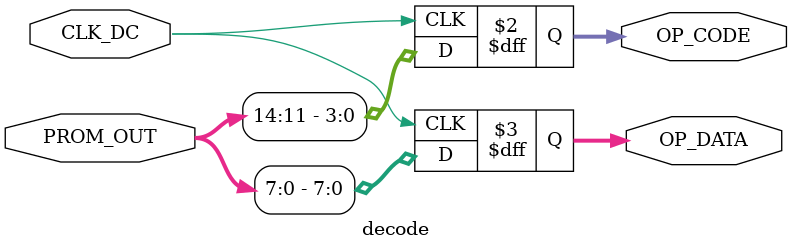
<source format=v>


module decode(CLK_DC, PROM_OUT, OP_CODE, OP_DATA);

    input        CLK_DC;
    input [14:0] PROM_OUT;
    output [3:0] OP_CODE;
    output [7:0] OP_DATA;

    reg [3:0]    OP_CODE;
    reg [7:0]    OP_DATA;

    always@(posedge CLK_DC) begin
        OP_CODE <= PROM_OUT[14:11];
        OP_DATA <= PROM_OUT[7:0];
    end

endmodule // decode

    

</source>
